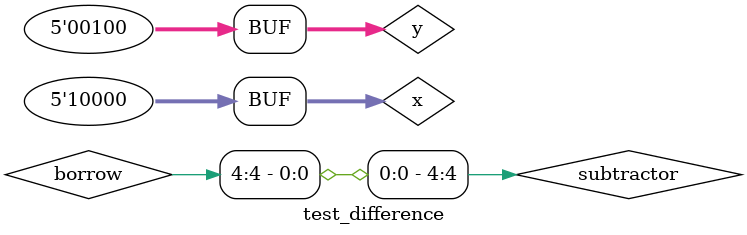
<source format=v>
module halfDifference (output s1,
                  output s0,
                  input a,
                  input b);
    // descrever por portas
    xor XOR1 ( s0, a, b );
    and AND1 ( s1, ~a, b );
endmodule // halfDifference

// -------------------------
// full difference
// -------------------------
module fullDifference ( output s1,
                   output s0,
                   input a,
                   input b,
                    input borrowIn  // Borrow-in
);
    wire s_half1, b_half1, b_half2;

    halfDifference HD (
        .s0(s_half1), 
        .s1(b_half1),  
        .a(a),
        .b(b)
    );

    xor XOR1 (s0, s_half1, borrowIn);

    and AND1 (b_half2, ~s_half1, borrowIn);
    or OR1 (s1, b_half1, b_half2);

endmodule // fullDifference

// -------------------------
// comparador de diferenca
// -------------------------
module ComparadorDiferenca (
    input [4:0] x,   
    input [4:0] y,   
    output difference     // Saida 1 se A != B, 0 se A == B
);

    wire s4, s3, s2, s1, s0; 

    // Comparação bit a bit usando XOR 
    assign s4 = (x[4] ^ y[4]);  // Bit de sinal
    assign s3 = (x[3] ^ y[3]);  
    assign s2 = (x[2] ^ y[2]); 
    assign s1 = (x[1] ^ y[1]);  
    assign s0 = (x[0] ^ y[0]); 

    //os bits devem ser diferentes
    assign difference = (s4 | s3 | s2 | s1 | s0);
endmodule //ComparadorDiferenca

//modulo de teste
module test_difference;
    // ------------------------- definir dados
    
    reg [4:0] x;
    reg [4:0] y;
    wire [4:0] borrow;   // "vem-um"
    wire [4:0] subtractor;
    wire difference;

    ComparadorDiferenca comp (.x(x), .y(y), .difference(difference));
   
    fullDifference FA0 (borrow[0], subtractor[0], x[0], y[0], 1'b0 );   
    fullDifference FA1 (borrow[1], subtractor[1], x[1], y[1], borrow[0] ); 
    fullDifference FA2 (borrow[2], subtractor[2], x[2], y[2], borrow[1] );
    fullDifference FA3 (borrow[3], subtractor[3], x[3], y[3], borrow[2] ); 
    fullDifference FA4 (borrow[4], subtractor[4], x[4], y[4], borrow[3] ); 

    assign subtractor[4] = borrow[4]; // Borrow final

    // ------------------------- parte principal
    initial begin
    $display("Guia_0804 - Rayssa Mell de Souza Silva - 860210");
    $display("Test LU'S Difference");

    $monitor("x = %b, y = %b, diferente = %b, Subtractor: %b - %b = %b", x, y, difference, x, y, subtractor);
    
    // casos de teste
    x = 5'b00101; // 5
    y = 5'b00010; // 2
    #1;

    x = 5'b01000; // 8
    y = 5'b00101; // 5
    #1;

    x = 5'b01111; // 15
    y = 5'b01000; // 8
    #1;

    x = 5'b10000; // -16
    y = 5'b00100; // 4
    #1;

end
endmodule // test_difference

/* Resultados

Guia_0804 - Rayssa Mell de Souza Silva - 860210
Test LU'S Difference
x = 00101, y = 00010, diferente = 1, Subtractor: 00101 - 00010 = 00011
x = 01000, y = 00101, diferente = 1, Subtractor: 01000 - 00101 = 00011
x = 01111, y = 01000, diferente = 1, Subtractor: 01111 - 01000 = 00111
x = 10000, y = 00100, diferente = 1, Subtractor: 10000 - 00100 = 01100

*/
</source>
